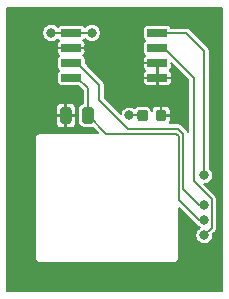
<source format=gbr>
G04 #@! TF.GenerationSoftware,KiCad,Pcbnew,5.1.4+dfsg1-1~bpo10+1*
G04 #@! TF.CreationDate,2020-08-02T09:01:36+02:00*
G04 #@! TF.ProjectId,stlink3-flash,73746c69-6e6b-4332-9d66-6c6173682e6b,rev?*
G04 #@! TF.SameCoordinates,Original*
G04 #@! TF.FileFunction,Copper,L2,Bot*
G04 #@! TF.FilePolarity,Positive*
%FSLAX46Y46*%
G04 Gerber Fmt 4.6, Leading zero omitted, Abs format (unit mm)*
G04 Created by KiCad (PCBNEW 5.1.4+dfsg1-1~bpo10+1) date 2020-08-02 09:01:36*
%MOMM*%
%LPD*%
G04 APERTURE LIST*
%ADD10C,0.100000*%
%ADD11C,0.875000*%
%ADD12C,0.975000*%
%ADD13R,1.700000X0.650000*%
%ADD14C,0.800000*%
%ADD15C,0.203200*%
%ADD16C,0.250000*%
G04 APERTURE END LIST*
D10*
G36*
X93432691Y-51596053D02*
G01*
X93453926Y-51599203D01*
X93474750Y-51604419D01*
X93494962Y-51611651D01*
X93514368Y-51620830D01*
X93532781Y-51631866D01*
X93550024Y-51644654D01*
X93565930Y-51659070D01*
X93580346Y-51674976D01*
X93593134Y-51692219D01*
X93604170Y-51710632D01*
X93613349Y-51730038D01*
X93620581Y-51750250D01*
X93625797Y-51771074D01*
X93628947Y-51792309D01*
X93630000Y-51813750D01*
X93630000Y-52326250D01*
X93628947Y-52347691D01*
X93625797Y-52368926D01*
X93620581Y-52389750D01*
X93613349Y-52409962D01*
X93604170Y-52429368D01*
X93593134Y-52447781D01*
X93580346Y-52465024D01*
X93565930Y-52480930D01*
X93550024Y-52495346D01*
X93532781Y-52508134D01*
X93514368Y-52519170D01*
X93494962Y-52528349D01*
X93474750Y-52535581D01*
X93453926Y-52540797D01*
X93432691Y-52543947D01*
X93411250Y-52545000D01*
X92973750Y-52545000D01*
X92952309Y-52543947D01*
X92931074Y-52540797D01*
X92910250Y-52535581D01*
X92890038Y-52528349D01*
X92870632Y-52519170D01*
X92852219Y-52508134D01*
X92834976Y-52495346D01*
X92819070Y-52480930D01*
X92804654Y-52465024D01*
X92791866Y-52447781D01*
X92780830Y-52429368D01*
X92771651Y-52409962D01*
X92764419Y-52389750D01*
X92759203Y-52368926D01*
X92756053Y-52347691D01*
X92755000Y-52326250D01*
X92755000Y-51813750D01*
X92756053Y-51792309D01*
X92759203Y-51771074D01*
X92764419Y-51750250D01*
X92771651Y-51730038D01*
X92780830Y-51710632D01*
X92791866Y-51692219D01*
X92804654Y-51674976D01*
X92819070Y-51659070D01*
X92834976Y-51644654D01*
X92852219Y-51631866D01*
X92870632Y-51620830D01*
X92890038Y-51611651D01*
X92910250Y-51604419D01*
X92931074Y-51599203D01*
X92952309Y-51596053D01*
X92973750Y-51595000D01*
X93411250Y-51595000D01*
X93432691Y-51596053D01*
X93432691Y-51596053D01*
G37*
D11*
X93192500Y-52070000D03*
D10*
G36*
X95007691Y-51596053D02*
G01*
X95028926Y-51599203D01*
X95049750Y-51604419D01*
X95069962Y-51611651D01*
X95089368Y-51620830D01*
X95107781Y-51631866D01*
X95125024Y-51644654D01*
X95140930Y-51659070D01*
X95155346Y-51674976D01*
X95168134Y-51692219D01*
X95179170Y-51710632D01*
X95188349Y-51730038D01*
X95195581Y-51750250D01*
X95200797Y-51771074D01*
X95203947Y-51792309D01*
X95205000Y-51813750D01*
X95205000Y-52326250D01*
X95203947Y-52347691D01*
X95200797Y-52368926D01*
X95195581Y-52389750D01*
X95188349Y-52409962D01*
X95179170Y-52429368D01*
X95168134Y-52447781D01*
X95155346Y-52465024D01*
X95140930Y-52480930D01*
X95125024Y-52495346D01*
X95107781Y-52508134D01*
X95089368Y-52519170D01*
X95069962Y-52528349D01*
X95049750Y-52535581D01*
X95028926Y-52540797D01*
X95007691Y-52543947D01*
X94986250Y-52545000D01*
X94548750Y-52545000D01*
X94527309Y-52543947D01*
X94506074Y-52540797D01*
X94485250Y-52535581D01*
X94465038Y-52528349D01*
X94445632Y-52519170D01*
X94427219Y-52508134D01*
X94409976Y-52495346D01*
X94394070Y-52480930D01*
X94379654Y-52465024D01*
X94366866Y-52447781D01*
X94355830Y-52429368D01*
X94346651Y-52409962D01*
X94339419Y-52389750D01*
X94334203Y-52368926D01*
X94331053Y-52347691D01*
X94330000Y-52326250D01*
X94330000Y-51813750D01*
X94331053Y-51792309D01*
X94334203Y-51771074D01*
X94339419Y-51750250D01*
X94346651Y-51730038D01*
X94355830Y-51710632D01*
X94366866Y-51692219D01*
X94379654Y-51674976D01*
X94394070Y-51659070D01*
X94409976Y-51644654D01*
X94427219Y-51631866D01*
X94445632Y-51620830D01*
X94465038Y-51611651D01*
X94485250Y-51604419D01*
X94506074Y-51599203D01*
X94527309Y-51596053D01*
X94548750Y-51595000D01*
X94986250Y-51595000D01*
X95007691Y-51596053D01*
X95007691Y-51596053D01*
G37*
D11*
X94767500Y-52070000D03*
D10*
G36*
X88835142Y-51371174D02*
G01*
X88858803Y-51374684D01*
X88882007Y-51380496D01*
X88904529Y-51388554D01*
X88926153Y-51398782D01*
X88946670Y-51411079D01*
X88965883Y-51425329D01*
X88983607Y-51441393D01*
X88999671Y-51459117D01*
X89013921Y-51478330D01*
X89026218Y-51498847D01*
X89036446Y-51520471D01*
X89044504Y-51542993D01*
X89050316Y-51566197D01*
X89053826Y-51589858D01*
X89055000Y-51613750D01*
X89055000Y-52526250D01*
X89053826Y-52550142D01*
X89050316Y-52573803D01*
X89044504Y-52597007D01*
X89036446Y-52619529D01*
X89026218Y-52641153D01*
X89013921Y-52661670D01*
X88999671Y-52680883D01*
X88983607Y-52698607D01*
X88965883Y-52714671D01*
X88946670Y-52728921D01*
X88926153Y-52741218D01*
X88904529Y-52751446D01*
X88882007Y-52759504D01*
X88858803Y-52765316D01*
X88835142Y-52768826D01*
X88811250Y-52770000D01*
X88323750Y-52770000D01*
X88299858Y-52768826D01*
X88276197Y-52765316D01*
X88252993Y-52759504D01*
X88230471Y-52751446D01*
X88208847Y-52741218D01*
X88188330Y-52728921D01*
X88169117Y-52714671D01*
X88151393Y-52698607D01*
X88135329Y-52680883D01*
X88121079Y-52661670D01*
X88108782Y-52641153D01*
X88098554Y-52619529D01*
X88090496Y-52597007D01*
X88084684Y-52573803D01*
X88081174Y-52550142D01*
X88080000Y-52526250D01*
X88080000Y-51613750D01*
X88081174Y-51589858D01*
X88084684Y-51566197D01*
X88090496Y-51542993D01*
X88098554Y-51520471D01*
X88108782Y-51498847D01*
X88121079Y-51478330D01*
X88135329Y-51459117D01*
X88151393Y-51441393D01*
X88169117Y-51425329D01*
X88188330Y-51411079D01*
X88208847Y-51398782D01*
X88230471Y-51388554D01*
X88252993Y-51380496D01*
X88276197Y-51374684D01*
X88299858Y-51371174D01*
X88323750Y-51370000D01*
X88811250Y-51370000D01*
X88835142Y-51371174D01*
X88835142Y-51371174D01*
G37*
D12*
X88567500Y-52070000D03*
D10*
G36*
X86960142Y-51371174D02*
G01*
X86983803Y-51374684D01*
X87007007Y-51380496D01*
X87029529Y-51388554D01*
X87051153Y-51398782D01*
X87071670Y-51411079D01*
X87090883Y-51425329D01*
X87108607Y-51441393D01*
X87124671Y-51459117D01*
X87138921Y-51478330D01*
X87151218Y-51498847D01*
X87161446Y-51520471D01*
X87169504Y-51542993D01*
X87175316Y-51566197D01*
X87178826Y-51589858D01*
X87180000Y-51613750D01*
X87180000Y-52526250D01*
X87178826Y-52550142D01*
X87175316Y-52573803D01*
X87169504Y-52597007D01*
X87161446Y-52619529D01*
X87151218Y-52641153D01*
X87138921Y-52661670D01*
X87124671Y-52680883D01*
X87108607Y-52698607D01*
X87090883Y-52714671D01*
X87071670Y-52728921D01*
X87051153Y-52741218D01*
X87029529Y-52751446D01*
X87007007Y-52759504D01*
X86983803Y-52765316D01*
X86960142Y-52768826D01*
X86936250Y-52770000D01*
X86448750Y-52770000D01*
X86424858Y-52768826D01*
X86401197Y-52765316D01*
X86377993Y-52759504D01*
X86355471Y-52751446D01*
X86333847Y-52741218D01*
X86313330Y-52728921D01*
X86294117Y-52714671D01*
X86276393Y-52698607D01*
X86260329Y-52680883D01*
X86246079Y-52661670D01*
X86233782Y-52641153D01*
X86223554Y-52619529D01*
X86215496Y-52597007D01*
X86209684Y-52573803D01*
X86206174Y-52550142D01*
X86205000Y-52526250D01*
X86205000Y-51613750D01*
X86206174Y-51589858D01*
X86209684Y-51566197D01*
X86215496Y-51542993D01*
X86223554Y-51520471D01*
X86233782Y-51498847D01*
X86246079Y-51478330D01*
X86260329Y-51459117D01*
X86276393Y-51441393D01*
X86294117Y-51425329D01*
X86313330Y-51411079D01*
X86333847Y-51398782D01*
X86355471Y-51388554D01*
X86377993Y-51380496D01*
X86401197Y-51374684D01*
X86424858Y-51371174D01*
X86448750Y-51370000D01*
X86936250Y-51370000D01*
X86960142Y-51371174D01*
X86960142Y-51371174D01*
G37*
D12*
X86692500Y-52070000D03*
D13*
X94455000Y-48895000D03*
X94455000Y-47625000D03*
X94455000Y-46355000D03*
X94455000Y-45085000D03*
X87155000Y-45085000D03*
X87155000Y-46355000D03*
X87155000Y-47625000D03*
X87155000Y-48895000D03*
D14*
X88900000Y-45085000D03*
X85471000Y-45085000D03*
X92075000Y-52070000D03*
X85090000Y-65405000D03*
X98425000Y-62230000D03*
X98425000Y-60960000D03*
X98425000Y-59690000D03*
X98425000Y-57150000D03*
D15*
X88900000Y-45085000D02*
X87155000Y-45085000D01*
D16*
X87155000Y-45085000D02*
X87155000Y-45085000D01*
D15*
X93192500Y-52070000D02*
X92075000Y-52070000D01*
X87155000Y-45085000D02*
X85471000Y-45085000D01*
X99060000Y-61595000D02*
X98425000Y-62230000D01*
X99060000Y-59182000D02*
X99060000Y-61595000D01*
X97536000Y-57658000D02*
X99060000Y-59182000D01*
X97536000Y-48911000D02*
X97536000Y-57658000D01*
X94455000Y-46355000D02*
X94980000Y-46355000D01*
X94980000Y-46355000D02*
X97536000Y-48911000D01*
X87680000Y-48895000D02*
X87155000Y-48895000D01*
X88567500Y-49782500D02*
X87680000Y-48895000D01*
X88567500Y-52070000D02*
X88567500Y-49782500D01*
X90120890Y-53623390D02*
X96030641Y-53623390D01*
X96030641Y-53623390D02*
X96236610Y-53829359D01*
X88567500Y-52070000D02*
X90120890Y-53623390D01*
X96236610Y-59190710D02*
X96236610Y-53829359D01*
X98005900Y-60960000D02*
X96236610Y-59190710D01*
X98425000Y-60960000D02*
X98005900Y-60960000D01*
X89535000Y-49480000D02*
X89535000Y-50800000D01*
X89535000Y-50800000D02*
X91931780Y-53196780D01*
X96207348Y-53196780D02*
X96639820Y-53629252D01*
X91931780Y-53196780D02*
X96207348Y-53196780D01*
X87680000Y-47625000D02*
X89535000Y-49480000D01*
X87155000Y-47625000D02*
X87680000Y-47625000D01*
X96639820Y-58323920D02*
X96639820Y-53629252D01*
X98005900Y-59690000D02*
X96639820Y-58323920D01*
X98425000Y-59690000D02*
X98005900Y-59690000D01*
X98425000Y-56584315D02*
X98425000Y-57150000D01*
X98425000Y-46609000D02*
X98425000Y-56584315D01*
X94455000Y-45085000D02*
X96901000Y-45085000D01*
X96901000Y-45085000D02*
X98425000Y-46609000D01*
G36*
X99924401Y-66904400D02*
G01*
X81685600Y-66904400D01*
X81685600Y-53975000D01*
X84047438Y-53975000D01*
X84049401Y-53994931D01*
X84049400Y-64115079D01*
X84047438Y-64135000D01*
X84055269Y-64214511D01*
X84078462Y-64290967D01*
X84116125Y-64361429D01*
X84166810Y-64423190D01*
X84228571Y-64473875D01*
X84299033Y-64511538D01*
X84375489Y-64534731D01*
X84455000Y-64542562D01*
X84474921Y-64540600D01*
X95865079Y-64540600D01*
X95885000Y-64542562D01*
X95964511Y-64534731D01*
X96040967Y-64511538D01*
X96111429Y-64473875D01*
X96173190Y-64423190D01*
X96223875Y-64361429D01*
X96261538Y-64290967D01*
X96284731Y-64214511D01*
X96290600Y-64154921D01*
X96290600Y-64154920D01*
X96292562Y-64135000D01*
X96290600Y-64115079D01*
X96290600Y-59891277D01*
X97666730Y-61267408D01*
X97681047Y-61284853D01*
X97750664Y-61341987D01*
X97783049Y-61359297D01*
X97838087Y-61441667D01*
X97943333Y-61546913D01*
X98015300Y-61595000D01*
X97943333Y-61643087D01*
X97838087Y-61748333D01*
X97755396Y-61872089D01*
X97698437Y-62009600D01*
X97669400Y-62155580D01*
X97669400Y-62304420D01*
X97698437Y-62450400D01*
X97755396Y-62587911D01*
X97838087Y-62711667D01*
X97943333Y-62816913D01*
X98067089Y-62899604D01*
X98204600Y-62956563D01*
X98350580Y-62985600D01*
X98499420Y-62985600D01*
X98645400Y-62956563D01*
X98782911Y-62899604D01*
X98906667Y-62816913D01*
X99011913Y-62711667D01*
X99094604Y-62587911D01*
X99151563Y-62450400D01*
X99180600Y-62304420D01*
X99180600Y-62155580D01*
X99174859Y-62126719D01*
X99367413Y-61934166D01*
X99384853Y-61919853D01*
X99399165Y-61902414D01*
X99399171Y-61902408D01*
X99441987Y-61850236D01*
X99484441Y-61770810D01*
X99501189Y-61715600D01*
X99510585Y-61684627D01*
X99517200Y-61617460D01*
X99517200Y-61617450D01*
X99519411Y-61595000D01*
X99517200Y-61572550D01*
X99517200Y-59204449D01*
X99519411Y-59181999D01*
X99517200Y-59159549D01*
X99517200Y-59159540D01*
X99510585Y-59092373D01*
X99484441Y-59006191D01*
X99446643Y-58935475D01*
X99441987Y-58926763D01*
X99399170Y-58874592D01*
X99384853Y-58857147D01*
X99367409Y-58842831D01*
X98430177Y-57905600D01*
X98499420Y-57905600D01*
X98645400Y-57876563D01*
X98782911Y-57819604D01*
X98906667Y-57736913D01*
X99011913Y-57631667D01*
X99094604Y-57507911D01*
X99151563Y-57370400D01*
X99180600Y-57224420D01*
X99180600Y-57075580D01*
X99151563Y-56929600D01*
X99094604Y-56792089D01*
X99011913Y-56668333D01*
X98906667Y-56563087D01*
X98882200Y-56546739D01*
X98882200Y-46631449D01*
X98884411Y-46608999D01*
X98882200Y-46586549D01*
X98882200Y-46586540D01*
X98875585Y-46519373D01*
X98849441Y-46433191D01*
X98806988Y-46353765D01*
X98806987Y-46353763D01*
X98764170Y-46301592D01*
X98749853Y-46284147D01*
X98732409Y-46269831D01*
X97240174Y-44777597D01*
X97225853Y-44760147D01*
X97156236Y-44703013D01*
X97076809Y-44660559D01*
X96990627Y-44634415D01*
X96923460Y-44627800D01*
X96923450Y-44627800D01*
X96901000Y-44625589D01*
X96878550Y-44627800D01*
X95636498Y-44627800D01*
X95635121Y-44623260D01*
X95602101Y-44561484D01*
X95557663Y-44507337D01*
X95503516Y-44462899D01*
X95441740Y-44429879D01*
X95374710Y-44409546D01*
X95305000Y-44402680D01*
X93605000Y-44402680D01*
X93535290Y-44409546D01*
X93468260Y-44429879D01*
X93406484Y-44462899D01*
X93352337Y-44507337D01*
X93307899Y-44561484D01*
X93274879Y-44623260D01*
X93254546Y-44690290D01*
X93247680Y-44760000D01*
X93247680Y-45410000D01*
X93254546Y-45479710D01*
X93274879Y-45546740D01*
X93307899Y-45608516D01*
X93352337Y-45662663D01*
X93406484Y-45707101D01*
X93430616Y-45720000D01*
X93406484Y-45732899D01*
X93352337Y-45777337D01*
X93307899Y-45831484D01*
X93274879Y-45893260D01*
X93254546Y-45960290D01*
X93247680Y-46030000D01*
X93247680Y-46680000D01*
X93254546Y-46749710D01*
X93274879Y-46816740D01*
X93307899Y-46878516D01*
X93352337Y-46932663D01*
X93406484Y-46977101D01*
X93430615Y-46989999D01*
X93406483Y-47002898D01*
X93352336Y-47047336D01*
X93307898Y-47101483D01*
X93274878Y-47163259D01*
X93254545Y-47230290D01*
X93247679Y-47300000D01*
X93249400Y-47510700D01*
X93338300Y-47599600D01*
X94429600Y-47599600D01*
X94429600Y-47579600D01*
X94480400Y-47579600D01*
X94480400Y-47599600D01*
X94500400Y-47599600D01*
X94500400Y-47650400D01*
X94480400Y-47650400D01*
X94480400Y-48216700D01*
X94523700Y-48260000D01*
X94480400Y-48303300D01*
X94480400Y-48869600D01*
X95571700Y-48869600D01*
X95660600Y-48780700D01*
X95662321Y-48570000D01*
X95655455Y-48500290D01*
X95635122Y-48433259D01*
X95602102Y-48371483D01*
X95557664Y-48317336D01*
X95503517Y-48272898D01*
X95479387Y-48260000D01*
X95503517Y-48247102D01*
X95557664Y-48202664D01*
X95602102Y-48148517D01*
X95635122Y-48086741D01*
X95655455Y-48019710D01*
X95662321Y-47950000D01*
X95660600Y-47739300D01*
X95571702Y-47650402D01*
X95628824Y-47650402D01*
X97078800Y-49100378D01*
X97078801Y-53501372D01*
X97064261Y-53453443D01*
X97064261Y-53453442D01*
X97021807Y-53374016D01*
X96978991Y-53321844D01*
X96978985Y-53321838D01*
X96964673Y-53304399D01*
X96947233Y-53290086D01*
X96546522Y-52889376D01*
X96532201Y-52871927D01*
X96462584Y-52814793D01*
X96383157Y-52772339D01*
X96296975Y-52746195D01*
X96229808Y-52739580D01*
X96229798Y-52739580D01*
X96207348Y-52737369D01*
X96184898Y-52739580D01*
X95504206Y-52739580D01*
X95535122Y-52681741D01*
X95555455Y-52614710D01*
X95562321Y-52545000D01*
X95560600Y-52184300D01*
X95471700Y-52095400D01*
X94792900Y-52095400D01*
X94792900Y-52115400D01*
X94742100Y-52115400D01*
X94742100Y-52095400D01*
X94722100Y-52095400D01*
X94722100Y-52044600D01*
X94742100Y-52044600D01*
X94742100Y-51328300D01*
X94792900Y-51328300D01*
X94792900Y-52044600D01*
X95471700Y-52044600D01*
X95560600Y-51955700D01*
X95562321Y-51595000D01*
X95555455Y-51525290D01*
X95535122Y-51458259D01*
X95502102Y-51396483D01*
X95457664Y-51342336D01*
X95403517Y-51297898D01*
X95341741Y-51264878D01*
X95274710Y-51244545D01*
X95205000Y-51237679D01*
X94881800Y-51239400D01*
X94792900Y-51328300D01*
X94742100Y-51328300D01*
X94653200Y-51239400D01*
X94330000Y-51237679D01*
X94260290Y-51244545D01*
X94193259Y-51264878D01*
X94131483Y-51297898D01*
X94077336Y-51342336D01*
X94032898Y-51396483D01*
X93999878Y-51458259D01*
X93979545Y-51525290D01*
X93972679Y-51595000D01*
X93973138Y-51691100D01*
X93943469Y-51593298D01*
X93890235Y-51493703D01*
X93818593Y-51406407D01*
X93731297Y-51334765D01*
X93631702Y-51281531D01*
X93523636Y-51248749D01*
X93411250Y-51237680D01*
X92973750Y-51237680D01*
X92861364Y-51248749D01*
X92753298Y-51281531D01*
X92653703Y-51334765D01*
X92566407Y-51406407D01*
X92522315Y-51460134D01*
X92432911Y-51400396D01*
X92295400Y-51343437D01*
X92149420Y-51314400D01*
X92000580Y-51314400D01*
X91854600Y-51343437D01*
X91717089Y-51400396D01*
X91593333Y-51483087D01*
X91488087Y-51588333D01*
X91405396Y-51712089D01*
X91348437Y-51849600D01*
X91328983Y-51947405D01*
X89992200Y-50610623D01*
X89992200Y-49502449D01*
X89994411Y-49479999D01*
X89992200Y-49457549D01*
X89992200Y-49457540D01*
X89985585Y-49390373D01*
X89959441Y-49304191D01*
X89916987Y-49224764D01*
X89913078Y-49220000D01*
X93247679Y-49220000D01*
X93254545Y-49289710D01*
X93274878Y-49356741D01*
X93307898Y-49418517D01*
X93352336Y-49472664D01*
X93406483Y-49517102D01*
X93468259Y-49550122D01*
X93535290Y-49570455D01*
X93605000Y-49577321D01*
X94340700Y-49575600D01*
X94429600Y-49486700D01*
X94429600Y-48920400D01*
X94480400Y-48920400D01*
X94480400Y-49486700D01*
X94569300Y-49575600D01*
X95305000Y-49577321D01*
X95374710Y-49570455D01*
X95441741Y-49550122D01*
X95503517Y-49517102D01*
X95557664Y-49472664D01*
X95602102Y-49418517D01*
X95635122Y-49356741D01*
X95655455Y-49289710D01*
X95662321Y-49220000D01*
X95660600Y-49009300D01*
X95571700Y-48920400D01*
X94480400Y-48920400D01*
X94429600Y-48920400D01*
X93338300Y-48920400D01*
X93249400Y-49009300D01*
X93247679Y-49220000D01*
X89913078Y-49220000D01*
X89859853Y-49155147D01*
X89842409Y-49140831D01*
X88651578Y-47950000D01*
X93247679Y-47950000D01*
X93254545Y-48019710D01*
X93274878Y-48086741D01*
X93307898Y-48148517D01*
X93352336Y-48202664D01*
X93406483Y-48247102D01*
X93430613Y-48260000D01*
X93406483Y-48272898D01*
X93352336Y-48317336D01*
X93307898Y-48371483D01*
X93274878Y-48433259D01*
X93254545Y-48500290D01*
X93247679Y-48570000D01*
X93249400Y-48780700D01*
X93338300Y-48869600D01*
X94429600Y-48869600D01*
X94429600Y-48303300D01*
X94386300Y-48260000D01*
X94429600Y-48216700D01*
X94429600Y-47650400D01*
X93338300Y-47650400D01*
X93249400Y-47739300D01*
X93247679Y-47950000D01*
X88651578Y-47950000D01*
X88362320Y-47660743D01*
X88362320Y-47300000D01*
X88355454Y-47230290D01*
X88335121Y-47163260D01*
X88302101Y-47101484D01*
X88257663Y-47047337D01*
X88203516Y-47002899D01*
X88179385Y-46990001D01*
X88203517Y-46977102D01*
X88257664Y-46932664D01*
X88302102Y-46878517D01*
X88335122Y-46816741D01*
X88355455Y-46749710D01*
X88362321Y-46680000D01*
X88360600Y-46469300D01*
X88271700Y-46380400D01*
X87180400Y-46380400D01*
X87180400Y-46400400D01*
X87129600Y-46400400D01*
X87129600Y-46380400D01*
X86038300Y-46380400D01*
X85949400Y-46469300D01*
X85947679Y-46680000D01*
X85954545Y-46749710D01*
X85974878Y-46816741D01*
X86007898Y-46878517D01*
X86052336Y-46932664D01*
X86106483Y-46977102D01*
X86130615Y-46990001D01*
X86106484Y-47002899D01*
X86052337Y-47047337D01*
X86007899Y-47101484D01*
X85974879Y-47163260D01*
X85954546Y-47230290D01*
X85947680Y-47300000D01*
X85947680Y-47950000D01*
X85954546Y-48019710D01*
X85974879Y-48086740D01*
X86007899Y-48148516D01*
X86052337Y-48202663D01*
X86106484Y-48247101D01*
X86130616Y-48260000D01*
X86106484Y-48272899D01*
X86052337Y-48317337D01*
X86007899Y-48371484D01*
X85974879Y-48433260D01*
X85954546Y-48500290D01*
X85947680Y-48570000D01*
X85947680Y-49220000D01*
X85954546Y-49289710D01*
X85974879Y-49356740D01*
X86007899Y-49418516D01*
X86052337Y-49472663D01*
X86106484Y-49517101D01*
X86168260Y-49550121D01*
X86235290Y-49570454D01*
X86305000Y-49577320D01*
X87715742Y-49577320D01*
X88110301Y-49971880D01*
X88110300Y-51053407D01*
X88093730Y-51058434D01*
X87989813Y-51113979D01*
X87898729Y-51188729D01*
X87823979Y-51279813D01*
X87768434Y-51383730D01*
X87734229Y-51496487D01*
X87722680Y-51613750D01*
X87722680Y-52526250D01*
X87734229Y-52643513D01*
X87768434Y-52756270D01*
X87823979Y-52860187D01*
X87898729Y-52951271D01*
X87989813Y-53026021D01*
X88093730Y-53081566D01*
X88206487Y-53115771D01*
X88323750Y-53127320D01*
X88811250Y-53127320D01*
X88928513Y-53115771D01*
X88957807Y-53106885D01*
X89420322Y-53569400D01*
X84474921Y-53569400D01*
X84455000Y-53567438D01*
X84435079Y-53569400D01*
X84375489Y-53575269D01*
X84299033Y-53598462D01*
X84228571Y-53636125D01*
X84166810Y-53686810D01*
X84116125Y-53748571D01*
X84078462Y-53819033D01*
X84055269Y-53895489D01*
X84047438Y-53975000D01*
X81685600Y-53975000D01*
X81685600Y-52770000D01*
X85847679Y-52770000D01*
X85854545Y-52839710D01*
X85874878Y-52906741D01*
X85907898Y-52968517D01*
X85952336Y-53022664D01*
X86006483Y-53067102D01*
X86068259Y-53100122D01*
X86135290Y-53120455D01*
X86205000Y-53127321D01*
X86578200Y-53125600D01*
X86667100Y-53036700D01*
X86667100Y-52095400D01*
X86717900Y-52095400D01*
X86717900Y-53036700D01*
X86806800Y-53125600D01*
X87180000Y-53127321D01*
X87249710Y-53120455D01*
X87316741Y-53100122D01*
X87378517Y-53067102D01*
X87432664Y-53022664D01*
X87477102Y-52968517D01*
X87510122Y-52906741D01*
X87530455Y-52839710D01*
X87537321Y-52770000D01*
X87535600Y-52184300D01*
X87446700Y-52095400D01*
X86717900Y-52095400D01*
X86667100Y-52095400D01*
X85938300Y-52095400D01*
X85849400Y-52184300D01*
X85847679Y-52770000D01*
X81685600Y-52770000D01*
X81685600Y-51370000D01*
X85847679Y-51370000D01*
X85849400Y-51955700D01*
X85938300Y-52044600D01*
X86667100Y-52044600D01*
X86667100Y-51103300D01*
X86717900Y-51103300D01*
X86717900Y-52044600D01*
X87446700Y-52044600D01*
X87535600Y-51955700D01*
X87537321Y-51370000D01*
X87530455Y-51300290D01*
X87510122Y-51233259D01*
X87477102Y-51171483D01*
X87432664Y-51117336D01*
X87378517Y-51072898D01*
X87316741Y-51039878D01*
X87249710Y-51019545D01*
X87180000Y-51012679D01*
X86806800Y-51014400D01*
X86717900Y-51103300D01*
X86667100Y-51103300D01*
X86578200Y-51014400D01*
X86205000Y-51012679D01*
X86135290Y-51019545D01*
X86068259Y-51039878D01*
X86006483Y-51072898D01*
X85952336Y-51117336D01*
X85907898Y-51171483D01*
X85874878Y-51233259D01*
X85854545Y-51300290D01*
X85847679Y-51370000D01*
X81685600Y-51370000D01*
X81685600Y-45010580D01*
X84715400Y-45010580D01*
X84715400Y-45159420D01*
X84744437Y-45305400D01*
X84801396Y-45442911D01*
X84884087Y-45566667D01*
X84989333Y-45671913D01*
X85113089Y-45754604D01*
X85250600Y-45811563D01*
X85396580Y-45840600D01*
X85545420Y-45840600D01*
X85691400Y-45811563D01*
X85828911Y-45754604D01*
X85952667Y-45671913D01*
X86011579Y-45613001D01*
X86052337Y-45662663D01*
X86106484Y-45707101D01*
X86130615Y-45719999D01*
X86106483Y-45732898D01*
X86052336Y-45777336D01*
X86007898Y-45831483D01*
X85974878Y-45893259D01*
X85954545Y-45960290D01*
X85947679Y-46030000D01*
X85949400Y-46240700D01*
X86038300Y-46329600D01*
X87129600Y-46329600D01*
X87129600Y-46309600D01*
X87180400Y-46309600D01*
X87180400Y-46329600D01*
X88271700Y-46329600D01*
X88360600Y-46240700D01*
X88362321Y-46030000D01*
X88355455Y-45960290D01*
X88335122Y-45893259D01*
X88302102Y-45831483D01*
X88257664Y-45777336D01*
X88203517Y-45732898D01*
X88179385Y-45719999D01*
X88203516Y-45707101D01*
X88257663Y-45662663D01*
X88302101Y-45608516D01*
X88320505Y-45574085D01*
X88418333Y-45671913D01*
X88542089Y-45754604D01*
X88679600Y-45811563D01*
X88825580Y-45840600D01*
X88974420Y-45840600D01*
X89120400Y-45811563D01*
X89257911Y-45754604D01*
X89381667Y-45671913D01*
X89486913Y-45566667D01*
X89569604Y-45442911D01*
X89626563Y-45305400D01*
X89655600Y-45159420D01*
X89655600Y-45010580D01*
X89626563Y-44864600D01*
X89569604Y-44727089D01*
X89486913Y-44603333D01*
X89381667Y-44498087D01*
X89257911Y-44415396D01*
X89120400Y-44358437D01*
X88974420Y-44329400D01*
X88825580Y-44329400D01*
X88679600Y-44358437D01*
X88542089Y-44415396D01*
X88418333Y-44498087D01*
X88320505Y-44595915D01*
X88302101Y-44561484D01*
X88257663Y-44507337D01*
X88203516Y-44462899D01*
X88141740Y-44429879D01*
X88074710Y-44409546D01*
X88005000Y-44402680D01*
X86305000Y-44402680D01*
X86235290Y-44409546D01*
X86168260Y-44429879D01*
X86106484Y-44462899D01*
X86052337Y-44507337D01*
X86011579Y-44556999D01*
X85952667Y-44498087D01*
X85828911Y-44415396D01*
X85691400Y-44358437D01*
X85545420Y-44329400D01*
X85396580Y-44329400D01*
X85250600Y-44358437D01*
X85113089Y-44415396D01*
X84989333Y-44498087D01*
X84884087Y-44603333D01*
X84801396Y-44727089D01*
X84744437Y-44864600D01*
X84715400Y-45010580D01*
X81685600Y-45010580D01*
X81685600Y-42950600D01*
X99924400Y-42950600D01*
X99924401Y-66904400D01*
X99924401Y-66904400D01*
G37*
X99924401Y-66904400D02*
X81685600Y-66904400D01*
X81685600Y-53975000D01*
X84047438Y-53975000D01*
X84049401Y-53994931D01*
X84049400Y-64115079D01*
X84047438Y-64135000D01*
X84055269Y-64214511D01*
X84078462Y-64290967D01*
X84116125Y-64361429D01*
X84166810Y-64423190D01*
X84228571Y-64473875D01*
X84299033Y-64511538D01*
X84375489Y-64534731D01*
X84455000Y-64542562D01*
X84474921Y-64540600D01*
X95865079Y-64540600D01*
X95885000Y-64542562D01*
X95964511Y-64534731D01*
X96040967Y-64511538D01*
X96111429Y-64473875D01*
X96173190Y-64423190D01*
X96223875Y-64361429D01*
X96261538Y-64290967D01*
X96284731Y-64214511D01*
X96290600Y-64154921D01*
X96290600Y-64154920D01*
X96292562Y-64135000D01*
X96290600Y-64115079D01*
X96290600Y-59891277D01*
X97666730Y-61267408D01*
X97681047Y-61284853D01*
X97750664Y-61341987D01*
X97783049Y-61359297D01*
X97838087Y-61441667D01*
X97943333Y-61546913D01*
X98015300Y-61595000D01*
X97943333Y-61643087D01*
X97838087Y-61748333D01*
X97755396Y-61872089D01*
X97698437Y-62009600D01*
X97669400Y-62155580D01*
X97669400Y-62304420D01*
X97698437Y-62450400D01*
X97755396Y-62587911D01*
X97838087Y-62711667D01*
X97943333Y-62816913D01*
X98067089Y-62899604D01*
X98204600Y-62956563D01*
X98350580Y-62985600D01*
X98499420Y-62985600D01*
X98645400Y-62956563D01*
X98782911Y-62899604D01*
X98906667Y-62816913D01*
X99011913Y-62711667D01*
X99094604Y-62587911D01*
X99151563Y-62450400D01*
X99180600Y-62304420D01*
X99180600Y-62155580D01*
X99174859Y-62126719D01*
X99367413Y-61934166D01*
X99384853Y-61919853D01*
X99399165Y-61902414D01*
X99399171Y-61902408D01*
X99441987Y-61850236D01*
X99484441Y-61770810D01*
X99501189Y-61715600D01*
X99510585Y-61684627D01*
X99517200Y-61617460D01*
X99517200Y-61617450D01*
X99519411Y-61595000D01*
X99517200Y-61572550D01*
X99517200Y-59204449D01*
X99519411Y-59181999D01*
X99517200Y-59159549D01*
X99517200Y-59159540D01*
X99510585Y-59092373D01*
X99484441Y-59006191D01*
X99446643Y-58935475D01*
X99441987Y-58926763D01*
X99399170Y-58874592D01*
X99384853Y-58857147D01*
X99367409Y-58842831D01*
X98430177Y-57905600D01*
X98499420Y-57905600D01*
X98645400Y-57876563D01*
X98782911Y-57819604D01*
X98906667Y-57736913D01*
X99011913Y-57631667D01*
X99094604Y-57507911D01*
X99151563Y-57370400D01*
X99180600Y-57224420D01*
X99180600Y-57075580D01*
X99151563Y-56929600D01*
X99094604Y-56792089D01*
X99011913Y-56668333D01*
X98906667Y-56563087D01*
X98882200Y-56546739D01*
X98882200Y-46631449D01*
X98884411Y-46608999D01*
X98882200Y-46586549D01*
X98882200Y-46586540D01*
X98875585Y-46519373D01*
X98849441Y-46433191D01*
X98806988Y-46353765D01*
X98806987Y-46353763D01*
X98764170Y-46301592D01*
X98749853Y-46284147D01*
X98732409Y-46269831D01*
X97240174Y-44777597D01*
X97225853Y-44760147D01*
X97156236Y-44703013D01*
X97076809Y-44660559D01*
X96990627Y-44634415D01*
X96923460Y-44627800D01*
X96923450Y-44627800D01*
X96901000Y-44625589D01*
X96878550Y-44627800D01*
X95636498Y-44627800D01*
X95635121Y-44623260D01*
X95602101Y-44561484D01*
X95557663Y-44507337D01*
X95503516Y-44462899D01*
X95441740Y-44429879D01*
X95374710Y-44409546D01*
X95305000Y-44402680D01*
X93605000Y-44402680D01*
X93535290Y-44409546D01*
X93468260Y-44429879D01*
X93406484Y-44462899D01*
X93352337Y-44507337D01*
X93307899Y-44561484D01*
X93274879Y-44623260D01*
X93254546Y-44690290D01*
X93247680Y-44760000D01*
X93247680Y-45410000D01*
X93254546Y-45479710D01*
X93274879Y-45546740D01*
X93307899Y-45608516D01*
X93352337Y-45662663D01*
X93406484Y-45707101D01*
X93430616Y-45720000D01*
X93406484Y-45732899D01*
X93352337Y-45777337D01*
X93307899Y-45831484D01*
X93274879Y-45893260D01*
X93254546Y-45960290D01*
X93247680Y-46030000D01*
X93247680Y-46680000D01*
X93254546Y-46749710D01*
X93274879Y-46816740D01*
X93307899Y-46878516D01*
X93352337Y-46932663D01*
X93406484Y-46977101D01*
X93430615Y-46989999D01*
X93406483Y-47002898D01*
X93352336Y-47047336D01*
X93307898Y-47101483D01*
X93274878Y-47163259D01*
X93254545Y-47230290D01*
X93247679Y-47300000D01*
X93249400Y-47510700D01*
X93338300Y-47599600D01*
X94429600Y-47599600D01*
X94429600Y-47579600D01*
X94480400Y-47579600D01*
X94480400Y-47599600D01*
X94500400Y-47599600D01*
X94500400Y-47650400D01*
X94480400Y-47650400D01*
X94480400Y-48216700D01*
X94523700Y-48260000D01*
X94480400Y-48303300D01*
X94480400Y-48869600D01*
X95571700Y-48869600D01*
X95660600Y-48780700D01*
X95662321Y-48570000D01*
X95655455Y-48500290D01*
X95635122Y-48433259D01*
X95602102Y-48371483D01*
X95557664Y-48317336D01*
X95503517Y-48272898D01*
X95479387Y-48260000D01*
X95503517Y-48247102D01*
X95557664Y-48202664D01*
X95602102Y-48148517D01*
X95635122Y-48086741D01*
X95655455Y-48019710D01*
X95662321Y-47950000D01*
X95660600Y-47739300D01*
X95571702Y-47650402D01*
X95628824Y-47650402D01*
X97078800Y-49100378D01*
X97078801Y-53501372D01*
X97064261Y-53453443D01*
X97064261Y-53453442D01*
X97021807Y-53374016D01*
X96978991Y-53321844D01*
X96978985Y-53321838D01*
X96964673Y-53304399D01*
X96947233Y-53290086D01*
X96546522Y-52889376D01*
X96532201Y-52871927D01*
X96462584Y-52814793D01*
X96383157Y-52772339D01*
X96296975Y-52746195D01*
X96229808Y-52739580D01*
X96229798Y-52739580D01*
X96207348Y-52737369D01*
X96184898Y-52739580D01*
X95504206Y-52739580D01*
X95535122Y-52681741D01*
X95555455Y-52614710D01*
X95562321Y-52545000D01*
X95560600Y-52184300D01*
X95471700Y-52095400D01*
X94792900Y-52095400D01*
X94792900Y-52115400D01*
X94742100Y-52115400D01*
X94742100Y-52095400D01*
X94722100Y-52095400D01*
X94722100Y-52044600D01*
X94742100Y-52044600D01*
X94742100Y-51328300D01*
X94792900Y-51328300D01*
X94792900Y-52044600D01*
X95471700Y-52044600D01*
X95560600Y-51955700D01*
X95562321Y-51595000D01*
X95555455Y-51525290D01*
X95535122Y-51458259D01*
X95502102Y-51396483D01*
X95457664Y-51342336D01*
X95403517Y-51297898D01*
X95341741Y-51264878D01*
X95274710Y-51244545D01*
X95205000Y-51237679D01*
X94881800Y-51239400D01*
X94792900Y-51328300D01*
X94742100Y-51328300D01*
X94653200Y-51239400D01*
X94330000Y-51237679D01*
X94260290Y-51244545D01*
X94193259Y-51264878D01*
X94131483Y-51297898D01*
X94077336Y-51342336D01*
X94032898Y-51396483D01*
X93999878Y-51458259D01*
X93979545Y-51525290D01*
X93972679Y-51595000D01*
X93973138Y-51691100D01*
X93943469Y-51593298D01*
X93890235Y-51493703D01*
X93818593Y-51406407D01*
X93731297Y-51334765D01*
X93631702Y-51281531D01*
X93523636Y-51248749D01*
X93411250Y-51237680D01*
X92973750Y-51237680D01*
X92861364Y-51248749D01*
X92753298Y-51281531D01*
X92653703Y-51334765D01*
X92566407Y-51406407D01*
X92522315Y-51460134D01*
X92432911Y-51400396D01*
X92295400Y-51343437D01*
X92149420Y-51314400D01*
X92000580Y-51314400D01*
X91854600Y-51343437D01*
X91717089Y-51400396D01*
X91593333Y-51483087D01*
X91488087Y-51588333D01*
X91405396Y-51712089D01*
X91348437Y-51849600D01*
X91328983Y-51947405D01*
X89992200Y-50610623D01*
X89992200Y-49502449D01*
X89994411Y-49479999D01*
X89992200Y-49457549D01*
X89992200Y-49457540D01*
X89985585Y-49390373D01*
X89959441Y-49304191D01*
X89916987Y-49224764D01*
X89913078Y-49220000D01*
X93247679Y-49220000D01*
X93254545Y-49289710D01*
X93274878Y-49356741D01*
X93307898Y-49418517D01*
X93352336Y-49472664D01*
X93406483Y-49517102D01*
X93468259Y-49550122D01*
X93535290Y-49570455D01*
X93605000Y-49577321D01*
X94340700Y-49575600D01*
X94429600Y-49486700D01*
X94429600Y-48920400D01*
X94480400Y-48920400D01*
X94480400Y-49486700D01*
X94569300Y-49575600D01*
X95305000Y-49577321D01*
X95374710Y-49570455D01*
X95441741Y-49550122D01*
X95503517Y-49517102D01*
X95557664Y-49472664D01*
X95602102Y-49418517D01*
X95635122Y-49356741D01*
X95655455Y-49289710D01*
X95662321Y-49220000D01*
X95660600Y-49009300D01*
X95571700Y-48920400D01*
X94480400Y-48920400D01*
X94429600Y-48920400D01*
X93338300Y-48920400D01*
X93249400Y-49009300D01*
X93247679Y-49220000D01*
X89913078Y-49220000D01*
X89859853Y-49155147D01*
X89842409Y-49140831D01*
X88651578Y-47950000D01*
X93247679Y-47950000D01*
X93254545Y-48019710D01*
X93274878Y-48086741D01*
X93307898Y-48148517D01*
X93352336Y-48202664D01*
X93406483Y-48247102D01*
X93430613Y-48260000D01*
X93406483Y-48272898D01*
X93352336Y-48317336D01*
X93307898Y-48371483D01*
X93274878Y-48433259D01*
X93254545Y-48500290D01*
X93247679Y-48570000D01*
X93249400Y-48780700D01*
X93338300Y-48869600D01*
X94429600Y-48869600D01*
X94429600Y-48303300D01*
X94386300Y-48260000D01*
X94429600Y-48216700D01*
X94429600Y-47650400D01*
X93338300Y-47650400D01*
X93249400Y-47739300D01*
X93247679Y-47950000D01*
X88651578Y-47950000D01*
X88362320Y-47660743D01*
X88362320Y-47300000D01*
X88355454Y-47230290D01*
X88335121Y-47163260D01*
X88302101Y-47101484D01*
X88257663Y-47047337D01*
X88203516Y-47002899D01*
X88179385Y-46990001D01*
X88203517Y-46977102D01*
X88257664Y-46932664D01*
X88302102Y-46878517D01*
X88335122Y-46816741D01*
X88355455Y-46749710D01*
X88362321Y-46680000D01*
X88360600Y-46469300D01*
X88271700Y-46380400D01*
X87180400Y-46380400D01*
X87180400Y-46400400D01*
X87129600Y-46400400D01*
X87129600Y-46380400D01*
X86038300Y-46380400D01*
X85949400Y-46469300D01*
X85947679Y-46680000D01*
X85954545Y-46749710D01*
X85974878Y-46816741D01*
X86007898Y-46878517D01*
X86052336Y-46932664D01*
X86106483Y-46977102D01*
X86130615Y-46990001D01*
X86106484Y-47002899D01*
X86052337Y-47047337D01*
X86007899Y-47101484D01*
X85974879Y-47163260D01*
X85954546Y-47230290D01*
X85947680Y-47300000D01*
X85947680Y-47950000D01*
X85954546Y-48019710D01*
X85974879Y-48086740D01*
X86007899Y-48148516D01*
X86052337Y-48202663D01*
X86106484Y-48247101D01*
X86130616Y-48260000D01*
X86106484Y-48272899D01*
X86052337Y-48317337D01*
X86007899Y-48371484D01*
X85974879Y-48433260D01*
X85954546Y-48500290D01*
X85947680Y-48570000D01*
X85947680Y-49220000D01*
X85954546Y-49289710D01*
X85974879Y-49356740D01*
X86007899Y-49418516D01*
X86052337Y-49472663D01*
X86106484Y-49517101D01*
X86168260Y-49550121D01*
X86235290Y-49570454D01*
X86305000Y-49577320D01*
X87715742Y-49577320D01*
X88110301Y-49971880D01*
X88110300Y-51053407D01*
X88093730Y-51058434D01*
X87989813Y-51113979D01*
X87898729Y-51188729D01*
X87823979Y-51279813D01*
X87768434Y-51383730D01*
X87734229Y-51496487D01*
X87722680Y-51613750D01*
X87722680Y-52526250D01*
X87734229Y-52643513D01*
X87768434Y-52756270D01*
X87823979Y-52860187D01*
X87898729Y-52951271D01*
X87989813Y-53026021D01*
X88093730Y-53081566D01*
X88206487Y-53115771D01*
X88323750Y-53127320D01*
X88811250Y-53127320D01*
X88928513Y-53115771D01*
X88957807Y-53106885D01*
X89420322Y-53569400D01*
X84474921Y-53569400D01*
X84455000Y-53567438D01*
X84435079Y-53569400D01*
X84375489Y-53575269D01*
X84299033Y-53598462D01*
X84228571Y-53636125D01*
X84166810Y-53686810D01*
X84116125Y-53748571D01*
X84078462Y-53819033D01*
X84055269Y-53895489D01*
X84047438Y-53975000D01*
X81685600Y-53975000D01*
X81685600Y-52770000D01*
X85847679Y-52770000D01*
X85854545Y-52839710D01*
X85874878Y-52906741D01*
X85907898Y-52968517D01*
X85952336Y-53022664D01*
X86006483Y-53067102D01*
X86068259Y-53100122D01*
X86135290Y-53120455D01*
X86205000Y-53127321D01*
X86578200Y-53125600D01*
X86667100Y-53036700D01*
X86667100Y-52095400D01*
X86717900Y-52095400D01*
X86717900Y-53036700D01*
X86806800Y-53125600D01*
X87180000Y-53127321D01*
X87249710Y-53120455D01*
X87316741Y-53100122D01*
X87378517Y-53067102D01*
X87432664Y-53022664D01*
X87477102Y-52968517D01*
X87510122Y-52906741D01*
X87530455Y-52839710D01*
X87537321Y-52770000D01*
X87535600Y-52184300D01*
X87446700Y-52095400D01*
X86717900Y-52095400D01*
X86667100Y-52095400D01*
X85938300Y-52095400D01*
X85849400Y-52184300D01*
X85847679Y-52770000D01*
X81685600Y-52770000D01*
X81685600Y-51370000D01*
X85847679Y-51370000D01*
X85849400Y-51955700D01*
X85938300Y-52044600D01*
X86667100Y-52044600D01*
X86667100Y-51103300D01*
X86717900Y-51103300D01*
X86717900Y-52044600D01*
X87446700Y-52044600D01*
X87535600Y-51955700D01*
X87537321Y-51370000D01*
X87530455Y-51300290D01*
X87510122Y-51233259D01*
X87477102Y-51171483D01*
X87432664Y-51117336D01*
X87378517Y-51072898D01*
X87316741Y-51039878D01*
X87249710Y-51019545D01*
X87180000Y-51012679D01*
X86806800Y-51014400D01*
X86717900Y-51103300D01*
X86667100Y-51103300D01*
X86578200Y-51014400D01*
X86205000Y-51012679D01*
X86135290Y-51019545D01*
X86068259Y-51039878D01*
X86006483Y-51072898D01*
X85952336Y-51117336D01*
X85907898Y-51171483D01*
X85874878Y-51233259D01*
X85854545Y-51300290D01*
X85847679Y-51370000D01*
X81685600Y-51370000D01*
X81685600Y-45010580D01*
X84715400Y-45010580D01*
X84715400Y-45159420D01*
X84744437Y-45305400D01*
X84801396Y-45442911D01*
X84884087Y-45566667D01*
X84989333Y-45671913D01*
X85113089Y-45754604D01*
X85250600Y-45811563D01*
X85396580Y-45840600D01*
X85545420Y-45840600D01*
X85691400Y-45811563D01*
X85828911Y-45754604D01*
X85952667Y-45671913D01*
X86011579Y-45613001D01*
X86052337Y-45662663D01*
X86106484Y-45707101D01*
X86130615Y-45719999D01*
X86106483Y-45732898D01*
X86052336Y-45777336D01*
X86007898Y-45831483D01*
X85974878Y-45893259D01*
X85954545Y-45960290D01*
X85947679Y-46030000D01*
X85949400Y-46240700D01*
X86038300Y-46329600D01*
X87129600Y-46329600D01*
X87129600Y-46309600D01*
X87180400Y-46309600D01*
X87180400Y-46329600D01*
X88271700Y-46329600D01*
X88360600Y-46240700D01*
X88362321Y-46030000D01*
X88355455Y-45960290D01*
X88335122Y-45893259D01*
X88302102Y-45831483D01*
X88257664Y-45777336D01*
X88203517Y-45732898D01*
X88179385Y-45719999D01*
X88203516Y-45707101D01*
X88257663Y-45662663D01*
X88302101Y-45608516D01*
X88320505Y-45574085D01*
X88418333Y-45671913D01*
X88542089Y-45754604D01*
X88679600Y-45811563D01*
X88825580Y-45840600D01*
X88974420Y-45840600D01*
X89120400Y-45811563D01*
X89257911Y-45754604D01*
X89381667Y-45671913D01*
X89486913Y-45566667D01*
X89569604Y-45442911D01*
X89626563Y-45305400D01*
X89655600Y-45159420D01*
X89655600Y-45010580D01*
X89626563Y-44864600D01*
X89569604Y-44727089D01*
X89486913Y-44603333D01*
X89381667Y-44498087D01*
X89257911Y-44415396D01*
X89120400Y-44358437D01*
X88974420Y-44329400D01*
X88825580Y-44329400D01*
X88679600Y-44358437D01*
X88542089Y-44415396D01*
X88418333Y-44498087D01*
X88320505Y-44595915D01*
X88302101Y-44561484D01*
X88257663Y-44507337D01*
X88203516Y-44462899D01*
X88141740Y-44429879D01*
X88074710Y-44409546D01*
X88005000Y-44402680D01*
X86305000Y-44402680D01*
X86235290Y-44409546D01*
X86168260Y-44429879D01*
X86106484Y-44462899D01*
X86052337Y-44507337D01*
X86011579Y-44556999D01*
X85952667Y-44498087D01*
X85828911Y-44415396D01*
X85691400Y-44358437D01*
X85545420Y-44329400D01*
X85396580Y-44329400D01*
X85250600Y-44358437D01*
X85113089Y-44415396D01*
X84989333Y-44498087D01*
X84884087Y-44603333D01*
X84801396Y-44727089D01*
X84744437Y-44864600D01*
X84715400Y-45010580D01*
X81685600Y-45010580D01*
X81685600Y-42950600D01*
X99924400Y-42950600D01*
X99924401Y-66904400D01*
M02*

</source>
